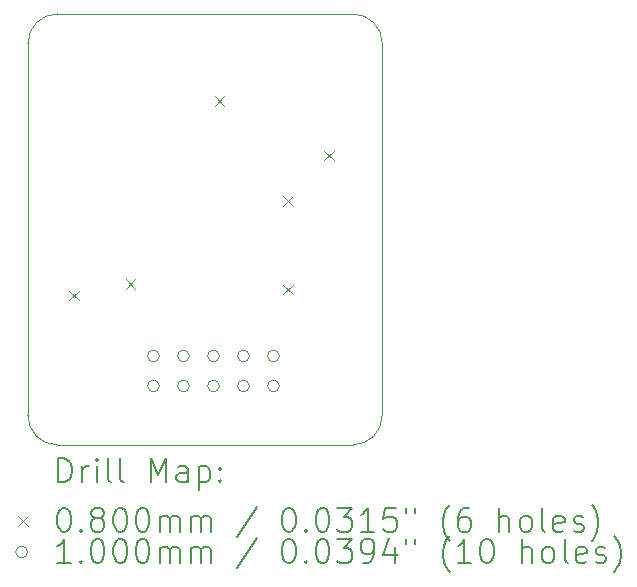
<source format=gbr>
%TF.GenerationSoftware,KiCad,Pcbnew,8.0.5*%
%TF.CreationDate,2024-11-27T14:25:13+01:00*%
%TF.ProjectId,PCB_TOF_droit,5043425f-544f-4465-9f64-726f69742e6b,rev?*%
%TF.SameCoordinates,Original*%
%TF.FileFunction,Drillmap*%
%TF.FilePolarity,Positive*%
%FSLAX45Y45*%
G04 Gerber Fmt 4.5, Leading zero omitted, Abs format (unit mm)*
G04 Created by KiCad (PCBNEW 8.0.5) date 2024-11-27 14:25:13*
%MOMM*%
%LPD*%
G01*
G04 APERTURE LIST*
%ADD10C,0.050000*%
%ADD11C,0.200000*%
%ADD12C,0.100000*%
G04 APERTURE END LIST*
D10*
X14725000Y-10800000D02*
G75*
G02*
X14475000Y-10550000I0J250000D01*
G01*
X17225000Y-10800000D02*
X14725000Y-10800000D01*
X14475000Y-7400000D02*
G75*
G02*
X14725000Y-7150000I250000J0D01*
G01*
X17225000Y-7150000D02*
G75*
G02*
X17475000Y-7400000I0J-250000D01*
G01*
X17475000Y-7400000D02*
X17475000Y-10550000D01*
X14475000Y-10550000D02*
X14475000Y-7400000D01*
X17475000Y-10550000D02*
G75*
G02*
X17225000Y-10800000I-250000J0D01*
G01*
X14725000Y-7150000D02*
X17225000Y-7150000D01*
D11*
D12*
X14826000Y-9496000D02*
X14906000Y-9576000D01*
X14906000Y-9496000D02*
X14826000Y-9576000D01*
X15306000Y-9396000D02*
X15386000Y-9476000D01*
X15386000Y-9396000D02*
X15306000Y-9476000D01*
X16056000Y-7846000D02*
X16136000Y-7926000D01*
X16136000Y-7846000D02*
X16056000Y-7926000D01*
X16636000Y-8696000D02*
X16716000Y-8776000D01*
X16716000Y-8696000D02*
X16636000Y-8776000D01*
X16636000Y-9446000D02*
X16716000Y-9526000D01*
X16716000Y-9446000D02*
X16636000Y-9526000D01*
X16985000Y-8310000D02*
X17065000Y-8390000D01*
X17065000Y-8310000D02*
X16985000Y-8390000D01*
X15588000Y-10046000D02*
G75*
G02*
X15488000Y-10046000I-50000J0D01*
G01*
X15488000Y-10046000D02*
G75*
G02*
X15588000Y-10046000I50000J0D01*
G01*
X15588000Y-10300000D02*
G75*
G02*
X15488000Y-10300000I-50000J0D01*
G01*
X15488000Y-10300000D02*
G75*
G02*
X15588000Y-10300000I50000J0D01*
G01*
X15842000Y-10046000D02*
G75*
G02*
X15742000Y-10046000I-50000J0D01*
G01*
X15742000Y-10046000D02*
G75*
G02*
X15842000Y-10046000I50000J0D01*
G01*
X15842000Y-10300000D02*
G75*
G02*
X15742000Y-10300000I-50000J0D01*
G01*
X15742000Y-10300000D02*
G75*
G02*
X15842000Y-10300000I50000J0D01*
G01*
X16096000Y-10046000D02*
G75*
G02*
X15996000Y-10046000I-50000J0D01*
G01*
X15996000Y-10046000D02*
G75*
G02*
X16096000Y-10046000I50000J0D01*
G01*
X16096000Y-10300000D02*
G75*
G02*
X15996000Y-10300000I-50000J0D01*
G01*
X15996000Y-10300000D02*
G75*
G02*
X16096000Y-10300000I50000J0D01*
G01*
X16350000Y-10046000D02*
G75*
G02*
X16250000Y-10046000I-50000J0D01*
G01*
X16250000Y-10046000D02*
G75*
G02*
X16350000Y-10046000I50000J0D01*
G01*
X16350000Y-10300000D02*
G75*
G02*
X16250000Y-10300000I-50000J0D01*
G01*
X16250000Y-10300000D02*
G75*
G02*
X16350000Y-10300000I50000J0D01*
G01*
X16604000Y-10046000D02*
G75*
G02*
X16504000Y-10046000I-50000J0D01*
G01*
X16504000Y-10046000D02*
G75*
G02*
X16604000Y-10046000I50000J0D01*
G01*
X16604000Y-10300000D02*
G75*
G02*
X16504000Y-10300000I-50000J0D01*
G01*
X16504000Y-10300000D02*
G75*
G02*
X16604000Y-10300000I50000J0D01*
G01*
D11*
X14733277Y-11113984D02*
X14733277Y-10913984D01*
X14733277Y-10913984D02*
X14780896Y-10913984D01*
X14780896Y-10913984D02*
X14809467Y-10923508D01*
X14809467Y-10923508D02*
X14828515Y-10942555D01*
X14828515Y-10942555D02*
X14838039Y-10961603D01*
X14838039Y-10961603D02*
X14847562Y-10999698D01*
X14847562Y-10999698D02*
X14847562Y-11028270D01*
X14847562Y-11028270D02*
X14838039Y-11066365D01*
X14838039Y-11066365D02*
X14828515Y-11085412D01*
X14828515Y-11085412D02*
X14809467Y-11104460D01*
X14809467Y-11104460D02*
X14780896Y-11113984D01*
X14780896Y-11113984D02*
X14733277Y-11113984D01*
X14933277Y-11113984D02*
X14933277Y-10980650D01*
X14933277Y-11018746D02*
X14942801Y-10999698D01*
X14942801Y-10999698D02*
X14952324Y-10990174D01*
X14952324Y-10990174D02*
X14971372Y-10980650D01*
X14971372Y-10980650D02*
X14990420Y-10980650D01*
X15057086Y-11113984D02*
X15057086Y-10980650D01*
X15057086Y-10913984D02*
X15047562Y-10923508D01*
X15047562Y-10923508D02*
X15057086Y-10933031D01*
X15057086Y-10933031D02*
X15066610Y-10923508D01*
X15066610Y-10923508D02*
X15057086Y-10913984D01*
X15057086Y-10913984D02*
X15057086Y-10933031D01*
X15180896Y-11113984D02*
X15161848Y-11104460D01*
X15161848Y-11104460D02*
X15152324Y-11085412D01*
X15152324Y-11085412D02*
X15152324Y-10913984D01*
X15285658Y-11113984D02*
X15266610Y-11104460D01*
X15266610Y-11104460D02*
X15257086Y-11085412D01*
X15257086Y-11085412D02*
X15257086Y-10913984D01*
X15514229Y-11113984D02*
X15514229Y-10913984D01*
X15514229Y-10913984D02*
X15580896Y-11056841D01*
X15580896Y-11056841D02*
X15647562Y-10913984D01*
X15647562Y-10913984D02*
X15647562Y-11113984D01*
X15828515Y-11113984D02*
X15828515Y-11009222D01*
X15828515Y-11009222D02*
X15818991Y-10990174D01*
X15818991Y-10990174D02*
X15799943Y-10980650D01*
X15799943Y-10980650D02*
X15761848Y-10980650D01*
X15761848Y-10980650D02*
X15742801Y-10990174D01*
X15828515Y-11104460D02*
X15809467Y-11113984D01*
X15809467Y-11113984D02*
X15761848Y-11113984D01*
X15761848Y-11113984D02*
X15742801Y-11104460D01*
X15742801Y-11104460D02*
X15733277Y-11085412D01*
X15733277Y-11085412D02*
X15733277Y-11066365D01*
X15733277Y-11066365D02*
X15742801Y-11047317D01*
X15742801Y-11047317D02*
X15761848Y-11037793D01*
X15761848Y-11037793D02*
X15809467Y-11037793D01*
X15809467Y-11037793D02*
X15828515Y-11028270D01*
X15923753Y-10980650D02*
X15923753Y-11180650D01*
X15923753Y-10990174D02*
X15942801Y-10980650D01*
X15942801Y-10980650D02*
X15980896Y-10980650D01*
X15980896Y-10980650D02*
X15999943Y-10990174D01*
X15999943Y-10990174D02*
X16009467Y-10999698D01*
X16009467Y-10999698D02*
X16018991Y-11018746D01*
X16018991Y-11018746D02*
X16018991Y-11075889D01*
X16018991Y-11075889D02*
X16009467Y-11094936D01*
X16009467Y-11094936D02*
X15999943Y-11104460D01*
X15999943Y-11104460D02*
X15980896Y-11113984D01*
X15980896Y-11113984D02*
X15942801Y-11113984D01*
X15942801Y-11113984D02*
X15923753Y-11104460D01*
X16104705Y-11094936D02*
X16114229Y-11104460D01*
X16114229Y-11104460D02*
X16104705Y-11113984D01*
X16104705Y-11113984D02*
X16095182Y-11104460D01*
X16095182Y-11104460D02*
X16104705Y-11094936D01*
X16104705Y-11094936D02*
X16104705Y-11113984D01*
X16104705Y-10990174D02*
X16114229Y-10999698D01*
X16114229Y-10999698D02*
X16104705Y-11009222D01*
X16104705Y-11009222D02*
X16095182Y-10999698D01*
X16095182Y-10999698D02*
X16104705Y-10990174D01*
X16104705Y-10990174D02*
X16104705Y-11009222D01*
D12*
X14392500Y-11402500D02*
X14472500Y-11482500D01*
X14472500Y-11402500D02*
X14392500Y-11482500D01*
D11*
X14771372Y-11333984D02*
X14790420Y-11333984D01*
X14790420Y-11333984D02*
X14809467Y-11343508D01*
X14809467Y-11343508D02*
X14818991Y-11353031D01*
X14818991Y-11353031D02*
X14828515Y-11372079D01*
X14828515Y-11372079D02*
X14838039Y-11410174D01*
X14838039Y-11410174D02*
X14838039Y-11457793D01*
X14838039Y-11457793D02*
X14828515Y-11495888D01*
X14828515Y-11495888D02*
X14818991Y-11514936D01*
X14818991Y-11514936D02*
X14809467Y-11524460D01*
X14809467Y-11524460D02*
X14790420Y-11533984D01*
X14790420Y-11533984D02*
X14771372Y-11533984D01*
X14771372Y-11533984D02*
X14752324Y-11524460D01*
X14752324Y-11524460D02*
X14742801Y-11514936D01*
X14742801Y-11514936D02*
X14733277Y-11495888D01*
X14733277Y-11495888D02*
X14723753Y-11457793D01*
X14723753Y-11457793D02*
X14723753Y-11410174D01*
X14723753Y-11410174D02*
X14733277Y-11372079D01*
X14733277Y-11372079D02*
X14742801Y-11353031D01*
X14742801Y-11353031D02*
X14752324Y-11343508D01*
X14752324Y-11343508D02*
X14771372Y-11333984D01*
X14923753Y-11514936D02*
X14933277Y-11524460D01*
X14933277Y-11524460D02*
X14923753Y-11533984D01*
X14923753Y-11533984D02*
X14914229Y-11524460D01*
X14914229Y-11524460D02*
X14923753Y-11514936D01*
X14923753Y-11514936D02*
X14923753Y-11533984D01*
X15047562Y-11419698D02*
X15028515Y-11410174D01*
X15028515Y-11410174D02*
X15018991Y-11400650D01*
X15018991Y-11400650D02*
X15009467Y-11381603D01*
X15009467Y-11381603D02*
X15009467Y-11372079D01*
X15009467Y-11372079D02*
X15018991Y-11353031D01*
X15018991Y-11353031D02*
X15028515Y-11343508D01*
X15028515Y-11343508D02*
X15047562Y-11333984D01*
X15047562Y-11333984D02*
X15085658Y-11333984D01*
X15085658Y-11333984D02*
X15104705Y-11343508D01*
X15104705Y-11343508D02*
X15114229Y-11353031D01*
X15114229Y-11353031D02*
X15123753Y-11372079D01*
X15123753Y-11372079D02*
X15123753Y-11381603D01*
X15123753Y-11381603D02*
X15114229Y-11400650D01*
X15114229Y-11400650D02*
X15104705Y-11410174D01*
X15104705Y-11410174D02*
X15085658Y-11419698D01*
X15085658Y-11419698D02*
X15047562Y-11419698D01*
X15047562Y-11419698D02*
X15028515Y-11429222D01*
X15028515Y-11429222D02*
X15018991Y-11438746D01*
X15018991Y-11438746D02*
X15009467Y-11457793D01*
X15009467Y-11457793D02*
X15009467Y-11495888D01*
X15009467Y-11495888D02*
X15018991Y-11514936D01*
X15018991Y-11514936D02*
X15028515Y-11524460D01*
X15028515Y-11524460D02*
X15047562Y-11533984D01*
X15047562Y-11533984D02*
X15085658Y-11533984D01*
X15085658Y-11533984D02*
X15104705Y-11524460D01*
X15104705Y-11524460D02*
X15114229Y-11514936D01*
X15114229Y-11514936D02*
X15123753Y-11495888D01*
X15123753Y-11495888D02*
X15123753Y-11457793D01*
X15123753Y-11457793D02*
X15114229Y-11438746D01*
X15114229Y-11438746D02*
X15104705Y-11429222D01*
X15104705Y-11429222D02*
X15085658Y-11419698D01*
X15247562Y-11333984D02*
X15266610Y-11333984D01*
X15266610Y-11333984D02*
X15285658Y-11343508D01*
X15285658Y-11343508D02*
X15295182Y-11353031D01*
X15295182Y-11353031D02*
X15304705Y-11372079D01*
X15304705Y-11372079D02*
X15314229Y-11410174D01*
X15314229Y-11410174D02*
X15314229Y-11457793D01*
X15314229Y-11457793D02*
X15304705Y-11495888D01*
X15304705Y-11495888D02*
X15295182Y-11514936D01*
X15295182Y-11514936D02*
X15285658Y-11524460D01*
X15285658Y-11524460D02*
X15266610Y-11533984D01*
X15266610Y-11533984D02*
X15247562Y-11533984D01*
X15247562Y-11533984D02*
X15228515Y-11524460D01*
X15228515Y-11524460D02*
X15218991Y-11514936D01*
X15218991Y-11514936D02*
X15209467Y-11495888D01*
X15209467Y-11495888D02*
X15199943Y-11457793D01*
X15199943Y-11457793D02*
X15199943Y-11410174D01*
X15199943Y-11410174D02*
X15209467Y-11372079D01*
X15209467Y-11372079D02*
X15218991Y-11353031D01*
X15218991Y-11353031D02*
X15228515Y-11343508D01*
X15228515Y-11343508D02*
X15247562Y-11333984D01*
X15438039Y-11333984D02*
X15457086Y-11333984D01*
X15457086Y-11333984D02*
X15476134Y-11343508D01*
X15476134Y-11343508D02*
X15485658Y-11353031D01*
X15485658Y-11353031D02*
X15495182Y-11372079D01*
X15495182Y-11372079D02*
X15504705Y-11410174D01*
X15504705Y-11410174D02*
X15504705Y-11457793D01*
X15504705Y-11457793D02*
X15495182Y-11495888D01*
X15495182Y-11495888D02*
X15485658Y-11514936D01*
X15485658Y-11514936D02*
X15476134Y-11524460D01*
X15476134Y-11524460D02*
X15457086Y-11533984D01*
X15457086Y-11533984D02*
X15438039Y-11533984D01*
X15438039Y-11533984D02*
X15418991Y-11524460D01*
X15418991Y-11524460D02*
X15409467Y-11514936D01*
X15409467Y-11514936D02*
X15399943Y-11495888D01*
X15399943Y-11495888D02*
X15390420Y-11457793D01*
X15390420Y-11457793D02*
X15390420Y-11410174D01*
X15390420Y-11410174D02*
X15399943Y-11372079D01*
X15399943Y-11372079D02*
X15409467Y-11353031D01*
X15409467Y-11353031D02*
X15418991Y-11343508D01*
X15418991Y-11343508D02*
X15438039Y-11333984D01*
X15590420Y-11533984D02*
X15590420Y-11400650D01*
X15590420Y-11419698D02*
X15599943Y-11410174D01*
X15599943Y-11410174D02*
X15618991Y-11400650D01*
X15618991Y-11400650D02*
X15647563Y-11400650D01*
X15647563Y-11400650D02*
X15666610Y-11410174D01*
X15666610Y-11410174D02*
X15676134Y-11429222D01*
X15676134Y-11429222D02*
X15676134Y-11533984D01*
X15676134Y-11429222D02*
X15685658Y-11410174D01*
X15685658Y-11410174D02*
X15704705Y-11400650D01*
X15704705Y-11400650D02*
X15733277Y-11400650D01*
X15733277Y-11400650D02*
X15752324Y-11410174D01*
X15752324Y-11410174D02*
X15761848Y-11429222D01*
X15761848Y-11429222D02*
X15761848Y-11533984D01*
X15857086Y-11533984D02*
X15857086Y-11400650D01*
X15857086Y-11419698D02*
X15866610Y-11410174D01*
X15866610Y-11410174D02*
X15885658Y-11400650D01*
X15885658Y-11400650D02*
X15914229Y-11400650D01*
X15914229Y-11400650D02*
X15933277Y-11410174D01*
X15933277Y-11410174D02*
X15942801Y-11429222D01*
X15942801Y-11429222D02*
X15942801Y-11533984D01*
X15942801Y-11429222D02*
X15952324Y-11410174D01*
X15952324Y-11410174D02*
X15971372Y-11400650D01*
X15971372Y-11400650D02*
X15999943Y-11400650D01*
X15999943Y-11400650D02*
X16018991Y-11410174D01*
X16018991Y-11410174D02*
X16028515Y-11429222D01*
X16028515Y-11429222D02*
X16028515Y-11533984D01*
X16418991Y-11324460D02*
X16247563Y-11581603D01*
X16676134Y-11333984D02*
X16695182Y-11333984D01*
X16695182Y-11333984D02*
X16714229Y-11343508D01*
X16714229Y-11343508D02*
X16723753Y-11353031D01*
X16723753Y-11353031D02*
X16733277Y-11372079D01*
X16733277Y-11372079D02*
X16742801Y-11410174D01*
X16742801Y-11410174D02*
X16742801Y-11457793D01*
X16742801Y-11457793D02*
X16733277Y-11495888D01*
X16733277Y-11495888D02*
X16723753Y-11514936D01*
X16723753Y-11514936D02*
X16714229Y-11524460D01*
X16714229Y-11524460D02*
X16695182Y-11533984D01*
X16695182Y-11533984D02*
X16676134Y-11533984D01*
X16676134Y-11533984D02*
X16657086Y-11524460D01*
X16657086Y-11524460D02*
X16647563Y-11514936D01*
X16647563Y-11514936D02*
X16638039Y-11495888D01*
X16638039Y-11495888D02*
X16628515Y-11457793D01*
X16628515Y-11457793D02*
X16628515Y-11410174D01*
X16628515Y-11410174D02*
X16638039Y-11372079D01*
X16638039Y-11372079D02*
X16647563Y-11353031D01*
X16647563Y-11353031D02*
X16657086Y-11343508D01*
X16657086Y-11343508D02*
X16676134Y-11333984D01*
X16828515Y-11514936D02*
X16838039Y-11524460D01*
X16838039Y-11524460D02*
X16828515Y-11533984D01*
X16828515Y-11533984D02*
X16818991Y-11524460D01*
X16818991Y-11524460D02*
X16828515Y-11514936D01*
X16828515Y-11514936D02*
X16828515Y-11533984D01*
X16961848Y-11333984D02*
X16980896Y-11333984D01*
X16980896Y-11333984D02*
X16999944Y-11343508D01*
X16999944Y-11343508D02*
X17009468Y-11353031D01*
X17009468Y-11353031D02*
X17018991Y-11372079D01*
X17018991Y-11372079D02*
X17028515Y-11410174D01*
X17028515Y-11410174D02*
X17028515Y-11457793D01*
X17028515Y-11457793D02*
X17018991Y-11495888D01*
X17018991Y-11495888D02*
X17009468Y-11514936D01*
X17009468Y-11514936D02*
X16999944Y-11524460D01*
X16999944Y-11524460D02*
X16980896Y-11533984D01*
X16980896Y-11533984D02*
X16961848Y-11533984D01*
X16961848Y-11533984D02*
X16942801Y-11524460D01*
X16942801Y-11524460D02*
X16933277Y-11514936D01*
X16933277Y-11514936D02*
X16923753Y-11495888D01*
X16923753Y-11495888D02*
X16914229Y-11457793D01*
X16914229Y-11457793D02*
X16914229Y-11410174D01*
X16914229Y-11410174D02*
X16923753Y-11372079D01*
X16923753Y-11372079D02*
X16933277Y-11353031D01*
X16933277Y-11353031D02*
X16942801Y-11343508D01*
X16942801Y-11343508D02*
X16961848Y-11333984D01*
X17095182Y-11333984D02*
X17218991Y-11333984D01*
X17218991Y-11333984D02*
X17152325Y-11410174D01*
X17152325Y-11410174D02*
X17180896Y-11410174D01*
X17180896Y-11410174D02*
X17199944Y-11419698D01*
X17199944Y-11419698D02*
X17209468Y-11429222D01*
X17209468Y-11429222D02*
X17218991Y-11448269D01*
X17218991Y-11448269D02*
X17218991Y-11495888D01*
X17218991Y-11495888D02*
X17209468Y-11514936D01*
X17209468Y-11514936D02*
X17199944Y-11524460D01*
X17199944Y-11524460D02*
X17180896Y-11533984D01*
X17180896Y-11533984D02*
X17123753Y-11533984D01*
X17123753Y-11533984D02*
X17104706Y-11524460D01*
X17104706Y-11524460D02*
X17095182Y-11514936D01*
X17409468Y-11533984D02*
X17295182Y-11533984D01*
X17352325Y-11533984D02*
X17352325Y-11333984D01*
X17352325Y-11333984D02*
X17333277Y-11362555D01*
X17333277Y-11362555D02*
X17314229Y-11381603D01*
X17314229Y-11381603D02*
X17295182Y-11391127D01*
X17590420Y-11333984D02*
X17495182Y-11333984D01*
X17495182Y-11333984D02*
X17485658Y-11429222D01*
X17485658Y-11429222D02*
X17495182Y-11419698D01*
X17495182Y-11419698D02*
X17514229Y-11410174D01*
X17514229Y-11410174D02*
X17561849Y-11410174D01*
X17561849Y-11410174D02*
X17580896Y-11419698D01*
X17580896Y-11419698D02*
X17590420Y-11429222D01*
X17590420Y-11429222D02*
X17599944Y-11448269D01*
X17599944Y-11448269D02*
X17599944Y-11495888D01*
X17599944Y-11495888D02*
X17590420Y-11514936D01*
X17590420Y-11514936D02*
X17580896Y-11524460D01*
X17580896Y-11524460D02*
X17561849Y-11533984D01*
X17561849Y-11533984D02*
X17514229Y-11533984D01*
X17514229Y-11533984D02*
X17495182Y-11524460D01*
X17495182Y-11524460D02*
X17485658Y-11514936D01*
X17676134Y-11333984D02*
X17676134Y-11372079D01*
X17752325Y-11333984D02*
X17752325Y-11372079D01*
X18047563Y-11610174D02*
X18038039Y-11600650D01*
X18038039Y-11600650D02*
X18018991Y-11572079D01*
X18018991Y-11572079D02*
X18009468Y-11553031D01*
X18009468Y-11553031D02*
X17999944Y-11524460D01*
X17999944Y-11524460D02*
X17990420Y-11476841D01*
X17990420Y-11476841D02*
X17990420Y-11438746D01*
X17990420Y-11438746D02*
X17999944Y-11391127D01*
X17999944Y-11391127D02*
X18009468Y-11362555D01*
X18009468Y-11362555D02*
X18018991Y-11343508D01*
X18018991Y-11343508D02*
X18038039Y-11314936D01*
X18038039Y-11314936D02*
X18047563Y-11305412D01*
X18209468Y-11333984D02*
X18171372Y-11333984D01*
X18171372Y-11333984D02*
X18152325Y-11343508D01*
X18152325Y-11343508D02*
X18142801Y-11353031D01*
X18142801Y-11353031D02*
X18123753Y-11381603D01*
X18123753Y-11381603D02*
X18114230Y-11419698D01*
X18114230Y-11419698D02*
X18114230Y-11495888D01*
X18114230Y-11495888D02*
X18123753Y-11514936D01*
X18123753Y-11514936D02*
X18133277Y-11524460D01*
X18133277Y-11524460D02*
X18152325Y-11533984D01*
X18152325Y-11533984D02*
X18190420Y-11533984D01*
X18190420Y-11533984D02*
X18209468Y-11524460D01*
X18209468Y-11524460D02*
X18218991Y-11514936D01*
X18218991Y-11514936D02*
X18228515Y-11495888D01*
X18228515Y-11495888D02*
X18228515Y-11448269D01*
X18228515Y-11448269D02*
X18218991Y-11429222D01*
X18218991Y-11429222D02*
X18209468Y-11419698D01*
X18209468Y-11419698D02*
X18190420Y-11410174D01*
X18190420Y-11410174D02*
X18152325Y-11410174D01*
X18152325Y-11410174D02*
X18133277Y-11419698D01*
X18133277Y-11419698D02*
X18123753Y-11429222D01*
X18123753Y-11429222D02*
X18114230Y-11448269D01*
X18466611Y-11533984D02*
X18466611Y-11333984D01*
X18552325Y-11533984D02*
X18552325Y-11429222D01*
X18552325Y-11429222D02*
X18542801Y-11410174D01*
X18542801Y-11410174D02*
X18523753Y-11400650D01*
X18523753Y-11400650D02*
X18495182Y-11400650D01*
X18495182Y-11400650D02*
X18476134Y-11410174D01*
X18476134Y-11410174D02*
X18466611Y-11419698D01*
X18676134Y-11533984D02*
X18657087Y-11524460D01*
X18657087Y-11524460D02*
X18647563Y-11514936D01*
X18647563Y-11514936D02*
X18638039Y-11495888D01*
X18638039Y-11495888D02*
X18638039Y-11438746D01*
X18638039Y-11438746D02*
X18647563Y-11419698D01*
X18647563Y-11419698D02*
X18657087Y-11410174D01*
X18657087Y-11410174D02*
X18676134Y-11400650D01*
X18676134Y-11400650D02*
X18704706Y-11400650D01*
X18704706Y-11400650D02*
X18723753Y-11410174D01*
X18723753Y-11410174D02*
X18733277Y-11419698D01*
X18733277Y-11419698D02*
X18742801Y-11438746D01*
X18742801Y-11438746D02*
X18742801Y-11495888D01*
X18742801Y-11495888D02*
X18733277Y-11514936D01*
X18733277Y-11514936D02*
X18723753Y-11524460D01*
X18723753Y-11524460D02*
X18704706Y-11533984D01*
X18704706Y-11533984D02*
X18676134Y-11533984D01*
X18857087Y-11533984D02*
X18838039Y-11524460D01*
X18838039Y-11524460D02*
X18828515Y-11505412D01*
X18828515Y-11505412D02*
X18828515Y-11333984D01*
X19009468Y-11524460D02*
X18990420Y-11533984D01*
X18990420Y-11533984D02*
X18952325Y-11533984D01*
X18952325Y-11533984D02*
X18933277Y-11524460D01*
X18933277Y-11524460D02*
X18923753Y-11505412D01*
X18923753Y-11505412D02*
X18923753Y-11429222D01*
X18923753Y-11429222D02*
X18933277Y-11410174D01*
X18933277Y-11410174D02*
X18952325Y-11400650D01*
X18952325Y-11400650D02*
X18990420Y-11400650D01*
X18990420Y-11400650D02*
X19009468Y-11410174D01*
X19009468Y-11410174D02*
X19018992Y-11429222D01*
X19018992Y-11429222D02*
X19018992Y-11448269D01*
X19018992Y-11448269D02*
X18923753Y-11467317D01*
X19095182Y-11524460D02*
X19114230Y-11533984D01*
X19114230Y-11533984D02*
X19152325Y-11533984D01*
X19152325Y-11533984D02*
X19171373Y-11524460D01*
X19171373Y-11524460D02*
X19180896Y-11505412D01*
X19180896Y-11505412D02*
X19180896Y-11495888D01*
X19180896Y-11495888D02*
X19171373Y-11476841D01*
X19171373Y-11476841D02*
X19152325Y-11467317D01*
X19152325Y-11467317D02*
X19123753Y-11467317D01*
X19123753Y-11467317D02*
X19104706Y-11457793D01*
X19104706Y-11457793D02*
X19095182Y-11438746D01*
X19095182Y-11438746D02*
X19095182Y-11429222D01*
X19095182Y-11429222D02*
X19104706Y-11410174D01*
X19104706Y-11410174D02*
X19123753Y-11400650D01*
X19123753Y-11400650D02*
X19152325Y-11400650D01*
X19152325Y-11400650D02*
X19171373Y-11410174D01*
X19247563Y-11610174D02*
X19257087Y-11600650D01*
X19257087Y-11600650D02*
X19276134Y-11572079D01*
X19276134Y-11572079D02*
X19285658Y-11553031D01*
X19285658Y-11553031D02*
X19295182Y-11524460D01*
X19295182Y-11524460D02*
X19304706Y-11476841D01*
X19304706Y-11476841D02*
X19304706Y-11438746D01*
X19304706Y-11438746D02*
X19295182Y-11391127D01*
X19295182Y-11391127D02*
X19285658Y-11362555D01*
X19285658Y-11362555D02*
X19276134Y-11343508D01*
X19276134Y-11343508D02*
X19257087Y-11314936D01*
X19257087Y-11314936D02*
X19247563Y-11305412D01*
D12*
X14472500Y-11706500D02*
G75*
G02*
X14372500Y-11706500I-50000J0D01*
G01*
X14372500Y-11706500D02*
G75*
G02*
X14472500Y-11706500I50000J0D01*
G01*
D11*
X14838039Y-11797984D02*
X14723753Y-11797984D01*
X14780896Y-11797984D02*
X14780896Y-11597984D01*
X14780896Y-11597984D02*
X14761848Y-11626555D01*
X14761848Y-11626555D02*
X14742801Y-11645603D01*
X14742801Y-11645603D02*
X14723753Y-11655127D01*
X14923753Y-11778936D02*
X14933277Y-11788460D01*
X14933277Y-11788460D02*
X14923753Y-11797984D01*
X14923753Y-11797984D02*
X14914229Y-11788460D01*
X14914229Y-11788460D02*
X14923753Y-11778936D01*
X14923753Y-11778936D02*
X14923753Y-11797984D01*
X15057086Y-11597984D02*
X15076134Y-11597984D01*
X15076134Y-11597984D02*
X15095182Y-11607508D01*
X15095182Y-11607508D02*
X15104705Y-11617031D01*
X15104705Y-11617031D02*
X15114229Y-11636079D01*
X15114229Y-11636079D02*
X15123753Y-11674174D01*
X15123753Y-11674174D02*
X15123753Y-11721793D01*
X15123753Y-11721793D02*
X15114229Y-11759888D01*
X15114229Y-11759888D02*
X15104705Y-11778936D01*
X15104705Y-11778936D02*
X15095182Y-11788460D01*
X15095182Y-11788460D02*
X15076134Y-11797984D01*
X15076134Y-11797984D02*
X15057086Y-11797984D01*
X15057086Y-11797984D02*
X15038039Y-11788460D01*
X15038039Y-11788460D02*
X15028515Y-11778936D01*
X15028515Y-11778936D02*
X15018991Y-11759888D01*
X15018991Y-11759888D02*
X15009467Y-11721793D01*
X15009467Y-11721793D02*
X15009467Y-11674174D01*
X15009467Y-11674174D02*
X15018991Y-11636079D01*
X15018991Y-11636079D02*
X15028515Y-11617031D01*
X15028515Y-11617031D02*
X15038039Y-11607508D01*
X15038039Y-11607508D02*
X15057086Y-11597984D01*
X15247562Y-11597984D02*
X15266610Y-11597984D01*
X15266610Y-11597984D02*
X15285658Y-11607508D01*
X15285658Y-11607508D02*
X15295182Y-11617031D01*
X15295182Y-11617031D02*
X15304705Y-11636079D01*
X15304705Y-11636079D02*
X15314229Y-11674174D01*
X15314229Y-11674174D02*
X15314229Y-11721793D01*
X15314229Y-11721793D02*
X15304705Y-11759888D01*
X15304705Y-11759888D02*
X15295182Y-11778936D01*
X15295182Y-11778936D02*
X15285658Y-11788460D01*
X15285658Y-11788460D02*
X15266610Y-11797984D01*
X15266610Y-11797984D02*
X15247562Y-11797984D01*
X15247562Y-11797984D02*
X15228515Y-11788460D01*
X15228515Y-11788460D02*
X15218991Y-11778936D01*
X15218991Y-11778936D02*
X15209467Y-11759888D01*
X15209467Y-11759888D02*
X15199943Y-11721793D01*
X15199943Y-11721793D02*
X15199943Y-11674174D01*
X15199943Y-11674174D02*
X15209467Y-11636079D01*
X15209467Y-11636079D02*
X15218991Y-11617031D01*
X15218991Y-11617031D02*
X15228515Y-11607508D01*
X15228515Y-11607508D02*
X15247562Y-11597984D01*
X15438039Y-11597984D02*
X15457086Y-11597984D01*
X15457086Y-11597984D02*
X15476134Y-11607508D01*
X15476134Y-11607508D02*
X15485658Y-11617031D01*
X15485658Y-11617031D02*
X15495182Y-11636079D01*
X15495182Y-11636079D02*
X15504705Y-11674174D01*
X15504705Y-11674174D02*
X15504705Y-11721793D01*
X15504705Y-11721793D02*
X15495182Y-11759888D01*
X15495182Y-11759888D02*
X15485658Y-11778936D01*
X15485658Y-11778936D02*
X15476134Y-11788460D01*
X15476134Y-11788460D02*
X15457086Y-11797984D01*
X15457086Y-11797984D02*
X15438039Y-11797984D01*
X15438039Y-11797984D02*
X15418991Y-11788460D01*
X15418991Y-11788460D02*
X15409467Y-11778936D01*
X15409467Y-11778936D02*
X15399943Y-11759888D01*
X15399943Y-11759888D02*
X15390420Y-11721793D01*
X15390420Y-11721793D02*
X15390420Y-11674174D01*
X15390420Y-11674174D02*
X15399943Y-11636079D01*
X15399943Y-11636079D02*
X15409467Y-11617031D01*
X15409467Y-11617031D02*
X15418991Y-11607508D01*
X15418991Y-11607508D02*
X15438039Y-11597984D01*
X15590420Y-11797984D02*
X15590420Y-11664650D01*
X15590420Y-11683698D02*
X15599943Y-11674174D01*
X15599943Y-11674174D02*
X15618991Y-11664650D01*
X15618991Y-11664650D02*
X15647563Y-11664650D01*
X15647563Y-11664650D02*
X15666610Y-11674174D01*
X15666610Y-11674174D02*
X15676134Y-11693222D01*
X15676134Y-11693222D02*
X15676134Y-11797984D01*
X15676134Y-11693222D02*
X15685658Y-11674174D01*
X15685658Y-11674174D02*
X15704705Y-11664650D01*
X15704705Y-11664650D02*
X15733277Y-11664650D01*
X15733277Y-11664650D02*
X15752324Y-11674174D01*
X15752324Y-11674174D02*
X15761848Y-11693222D01*
X15761848Y-11693222D02*
X15761848Y-11797984D01*
X15857086Y-11797984D02*
X15857086Y-11664650D01*
X15857086Y-11683698D02*
X15866610Y-11674174D01*
X15866610Y-11674174D02*
X15885658Y-11664650D01*
X15885658Y-11664650D02*
X15914229Y-11664650D01*
X15914229Y-11664650D02*
X15933277Y-11674174D01*
X15933277Y-11674174D02*
X15942801Y-11693222D01*
X15942801Y-11693222D02*
X15942801Y-11797984D01*
X15942801Y-11693222D02*
X15952324Y-11674174D01*
X15952324Y-11674174D02*
X15971372Y-11664650D01*
X15971372Y-11664650D02*
X15999943Y-11664650D01*
X15999943Y-11664650D02*
X16018991Y-11674174D01*
X16018991Y-11674174D02*
X16028515Y-11693222D01*
X16028515Y-11693222D02*
X16028515Y-11797984D01*
X16418991Y-11588460D02*
X16247563Y-11845603D01*
X16676134Y-11597984D02*
X16695182Y-11597984D01*
X16695182Y-11597984D02*
X16714229Y-11607508D01*
X16714229Y-11607508D02*
X16723753Y-11617031D01*
X16723753Y-11617031D02*
X16733277Y-11636079D01*
X16733277Y-11636079D02*
X16742801Y-11674174D01*
X16742801Y-11674174D02*
X16742801Y-11721793D01*
X16742801Y-11721793D02*
X16733277Y-11759888D01*
X16733277Y-11759888D02*
X16723753Y-11778936D01*
X16723753Y-11778936D02*
X16714229Y-11788460D01*
X16714229Y-11788460D02*
X16695182Y-11797984D01*
X16695182Y-11797984D02*
X16676134Y-11797984D01*
X16676134Y-11797984D02*
X16657086Y-11788460D01*
X16657086Y-11788460D02*
X16647563Y-11778936D01*
X16647563Y-11778936D02*
X16638039Y-11759888D01*
X16638039Y-11759888D02*
X16628515Y-11721793D01*
X16628515Y-11721793D02*
X16628515Y-11674174D01*
X16628515Y-11674174D02*
X16638039Y-11636079D01*
X16638039Y-11636079D02*
X16647563Y-11617031D01*
X16647563Y-11617031D02*
X16657086Y-11607508D01*
X16657086Y-11607508D02*
X16676134Y-11597984D01*
X16828515Y-11778936D02*
X16838039Y-11788460D01*
X16838039Y-11788460D02*
X16828515Y-11797984D01*
X16828515Y-11797984D02*
X16818991Y-11788460D01*
X16818991Y-11788460D02*
X16828515Y-11778936D01*
X16828515Y-11778936D02*
X16828515Y-11797984D01*
X16961848Y-11597984D02*
X16980896Y-11597984D01*
X16980896Y-11597984D02*
X16999944Y-11607508D01*
X16999944Y-11607508D02*
X17009468Y-11617031D01*
X17009468Y-11617031D02*
X17018991Y-11636079D01*
X17018991Y-11636079D02*
X17028515Y-11674174D01*
X17028515Y-11674174D02*
X17028515Y-11721793D01*
X17028515Y-11721793D02*
X17018991Y-11759888D01*
X17018991Y-11759888D02*
X17009468Y-11778936D01*
X17009468Y-11778936D02*
X16999944Y-11788460D01*
X16999944Y-11788460D02*
X16980896Y-11797984D01*
X16980896Y-11797984D02*
X16961848Y-11797984D01*
X16961848Y-11797984D02*
X16942801Y-11788460D01*
X16942801Y-11788460D02*
X16933277Y-11778936D01*
X16933277Y-11778936D02*
X16923753Y-11759888D01*
X16923753Y-11759888D02*
X16914229Y-11721793D01*
X16914229Y-11721793D02*
X16914229Y-11674174D01*
X16914229Y-11674174D02*
X16923753Y-11636079D01*
X16923753Y-11636079D02*
X16933277Y-11617031D01*
X16933277Y-11617031D02*
X16942801Y-11607508D01*
X16942801Y-11607508D02*
X16961848Y-11597984D01*
X17095182Y-11597984D02*
X17218991Y-11597984D01*
X17218991Y-11597984D02*
X17152325Y-11674174D01*
X17152325Y-11674174D02*
X17180896Y-11674174D01*
X17180896Y-11674174D02*
X17199944Y-11683698D01*
X17199944Y-11683698D02*
X17209468Y-11693222D01*
X17209468Y-11693222D02*
X17218991Y-11712269D01*
X17218991Y-11712269D02*
X17218991Y-11759888D01*
X17218991Y-11759888D02*
X17209468Y-11778936D01*
X17209468Y-11778936D02*
X17199944Y-11788460D01*
X17199944Y-11788460D02*
X17180896Y-11797984D01*
X17180896Y-11797984D02*
X17123753Y-11797984D01*
X17123753Y-11797984D02*
X17104706Y-11788460D01*
X17104706Y-11788460D02*
X17095182Y-11778936D01*
X17314229Y-11797984D02*
X17352325Y-11797984D01*
X17352325Y-11797984D02*
X17371372Y-11788460D01*
X17371372Y-11788460D02*
X17380896Y-11778936D01*
X17380896Y-11778936D02*
X17399944Y-11750365D01*
X17399944Y-11750365D02*
X17409468Y-11712269D01*
X17409468Y-11712269D02*
X17409468Y-11636079D01*
X17409468Y-11636079D02*
X17399944Y-11617031D01*
X17399944Y-11617031D02*
X17390420Y-11607508D01*
X17390420Y-11607508D02*
X17371372Y-11597984D01*
X17371372Y-11597984D02*
X17333277Y-11597984D01*
X17333277Y-11597984D02*
X17314229Y-11607508D01*
X17314229Y-11607508D02*
X17304706Y-11617031D01*
X17304706Y-11617031D02*
X17295182Y-11636079D01*
X17295182Y-11636079D02*
X17295182Y-11683698D01*
X17295182Y-11683698D02*
X17304706Y-11702746D01*
X17304706Y-11702746D02*
X17314229Y-11712269D01*
X17314229Y-11712269D02*
X17333277Y-11721793D01*
X17333277Y-11721793D02*
X17371372Y-11721793D01*
X17371372Y-11721793D02*
X17390420Y-11712269D01*
X17390420Y-11712269D02*
X17399944Y-11702746D01*
X17399944Y-11702746D02*
X17409468Y-11683698D01*
X17580896Y-11664650D02*
X17580896Y-11797984D01*
X17533277Y-11588460D02*
X17485658Y-11731317D01*
X17485658Y-11731317D02*
X17609468Y-11731317D01*
X17676134Y-11597984D02*
X17676134Y-11636079D01*
X17752325Y-11597984D02*
X17752325Y-11636079D01*
X18047563Y-11874174D02*
X18038039Y-11864650D01*
X18038039Y-11864650D02*
X18018991Y-11836079D01*
X18018991Y-11836079D02*
X18009468Y-11817031D01*
X18009468Y-11817031D02*
X17999944Y-11788460D01*
X17999944Y-11788460D02*
X17990420Y-11740841D01*
X17990420Y-11740841D02*
X17990420Y-11702746D01*
X17990420Y-11702746D02*
X17999944Y-11655127D01*
X17999944Y-11655127D02*
X18009468Y-11626555D01*
X18009468Y-11626555D02*
X18018991Y-11607508D01*
X18018991Y-11607508D02*
X18038039Y-11578936D01*
X18038039Y-11578936D02*
X18047563Y-11569412D01*
X18228515Y-11797984D02*
X18114230Y-11797984D01*
X18171372Y-11797984D02*
X18171372Y-11597984D01*
X18171372Y-11597984D02*
X18152325Y-11626555D01*
X18152325Y-11626555D02*
X18133277Y-11645603D01*
X18133277Y-11645603D02*
X18114230Y-11655127D01*
X18352325Y-11597984D02*
X18371372Y-11597984D01*
X18371372Y-11597984D02*
X18390420Y-11607508D01*
X18390420Y-11607508D02*
X18399944Y-11617031D01*
X18399944Y-11617031D02*
X18409468Y-11636079D01*
X18409468Y-11636079D02*
X18418991Y-11674174D01*
X18418991Y-11674174D02*
X18418991Y-11721793D01*
X18418991Y-11721793D02*
X18409468Y-11759888D01*
X18409468Y-11759888D02*
X18399944Y-11778936D01*
X18399944Y-11778936D02*
X18390420Y-11788460D01*
X18390420Y-11788460D02*
X18371372Y-11797984D01*
X18371372Y-11797984D02*
X18352325Y-11797984D01*
X18352325Y-11797984D02*
X18333277Y-11788460D01*
X18333277Y-11788460D02*
X18323753Y-11778936D01*
X18323753Y-11778936D02*
X18314230Y-11759888D01*
X18314230Y-11759888D02*
X18304706Y-11721793D01*
X18304706Y-11721793D02*
X18304706Y-11674174D01*
X18304706Y-11674174D02*
X18314230Y-11636079D01*
X18314230Y-11636079D02*
X18323753Y-11617031D01*
X18323753Y-11617031D02*
X18333277Y-11607508D01*
X18333277Y-11607508D02*
X18352325Y-11597984D01*
X18657087Y-11797984D02*
X18657087Y-11597984D01*
X18742801Y-11797984D02*
X18742801Y-11693222D01*
X18742801Y-11693222D02*
X18733277Y-11674174D01*
X18733277Y-11674174D02*
X18714230Y-11664650D01*
X18714230Y-11664650D02*
X18685658Y-11664650D01*
X18685658Y-11664650D02*
X18666611Y-11674174D01*
X18666611Y-11674174D02*
X18657087Y-11683698D01*
X18866611Y-11797984D02*
X18847563Y-11788460D01*
X18847563Y-11788460D02*
X18838039Y-11778936D01*
X18838039Y-11778936D02*
X18828515Y-11759888D01*
X18828515Y-11759888D02*
X18828515Y-11702746D01*
X18828515Y-11702746D02*
X18838039Y-11683698D01*
X18838039Y-11683698D02*
X18847563Y-11674174D01*
X18847563Y-11674174D02*
X18866611Y-11664650D01*
X18866611Y-11664650D02*
X18895182Y-11664650D01*
X18895182Y-11664650D02*
X18914230Y-11674174D01*
X18914230Y-11674174D02*
X18923753Y-11683698D01*
X18923753Y-11683698D02*
X18933277Y-11702746D01*
X18933277Y-11702746D02*
X18933277Y-11759888D01*
X18933277Y-11759888D02*
X18923753Y-11778936D01*
X18923753Y-11778936D02*
X18914230Y-11788460D01*
X18914230Y-11788460D02*
X18895182Y-11797984D01*
X18895182Y-11797984D02*
X18866611Y-11797984D01*
X19047563Y-11797984D02*
X19028515Y-11788460D01*
X19028515Y-11788460D02*
X19018992Y-11769412D01*
X19018992Y-11769412D02*
X19018992Y-11597984D01*
X19199944Y-11788460D02*
X19180896Y-11797984D01*
X19180896Y-11797984D02*
X19142801Y-11797984D01*
X19142801Y-11797984D02*
X19123753Y-11788460D01*
X19123753Y-11788460D02*
X19114230Y-11769412D01*
X19114230Y-11769412D02*
X19114230Y-11693222D01*
X19114230Y-11693222D02*
X19123753Y-11674174D01*
X19123753Y-11674174D02*
X19142801Y-11664650D01*
X19142801Y-11664650D02*
X19180896Y-11664650D01*
X19180896Y-11664650D02*
X19199944Y-11674174D01*
X19199944Y-11674174D02*
X19209468Y-11693222D01*
X19209468Y-11693222D02*
X19209468Y-11712269D01*
X19209468Y-11712269D02*
X19114230Y-11731317D01*
X19285658Y-11788460D02*
X19304706Y-11797984D01*
X19304706Y-11797984D02*
X19342801Y-11797984D01*
X19342801Y-11797984D02*
X19361849Y-11788460D01*
X19361849Y-11788460D02*
X19371373Y-11769412D01*
X19371373Y-11769412D02*
X19371373Y-11759888D01*
X19371373Y-11759888D02*
X19361849Y-11740841D01*
X19361849Y-11740841D02*
X19342801Y-11731317D01*
X19342801Y-11731317D02*
X19314230Y-11731317D01*
X19314230Y-11731317D02*
X19295182Y-11721793D01*
X19295182Y-11721793D02*
X19285658Y-11702746D01*
X19285658Y-11702746D02*
X19285658Y-11693222D01*
X19285658Y-11693222D02*
X19295182Y-11674174D01*
X19295182Y-11674174D02*
X19314230Y-11664650D01*
X19314230Y-11664650D02*
X19342801Y-11664650D01*
X19342801Y-11664650D02*
X19361849Y-11674174D01*
X19438039Y-11874174D02*
X19447563Y-11864650D01*
X19447563Y-11864650D02*
X19466611Y-11836079D01*
X19466611Y-11836079D02*
X19476134Y-11817031D01*
X19476134Y-11817031D02*
X19485658Y-11788460D01*
X19485658Y-11788460D02*
X19495182Y-11740841D01*
X19495182Y-11740841D02*
X19495182Y-11702746D01*
X19495182Y-11702746D02*
X19485658Y-11655127D01*
X19485658Y-11655127D02*
X19476134Y-11626555D01*
X19476134Y-11626555D02*
X19466611Y-11607508D01*
X19466611Y-11607508D02*
X19447563Y-11578936D01*
X19447563Y-11578936D02*
X19438039Y-11569412D01*
M02*

</source>
